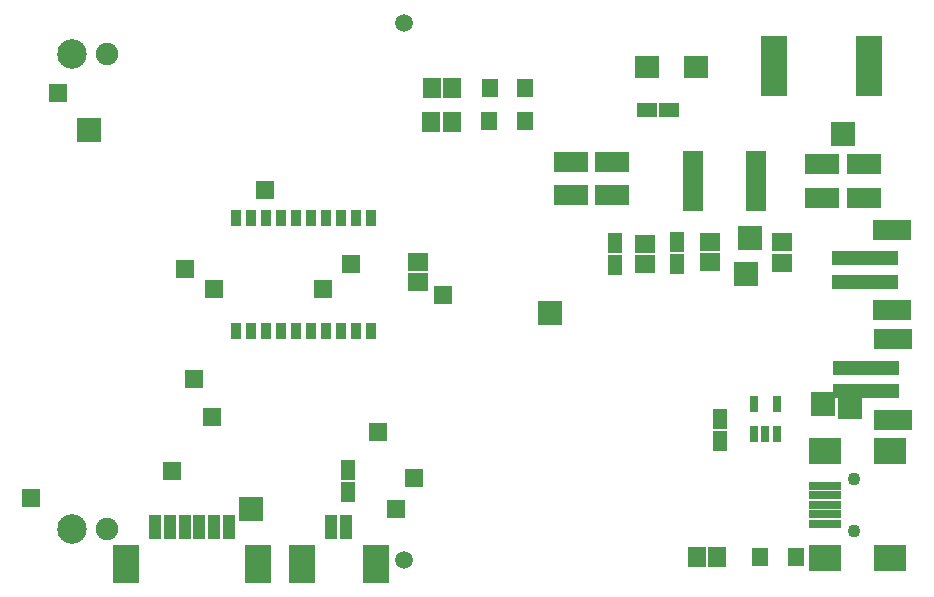
<source format=gts>
G75*
G70*
%OFA0B0*%
%FSLAX24Y24*%
%IPPOS*%
%LPD*%
%AMOC8*
5,1,8,0,0,1.08239X$1,22.5*
%
%ADD10C,0.0749*%
%ADD11C,0.0986*%
%ADD12C,0.0592*%
%ADD13R,0.0380X0.0530*%
%ADD14R,0.0395X0.0789*%
%ADD15R,0.0907X0.1261*%
%ADD16R,0.0297X0.0552*%
%ADD17R,0.1261X0.0710*%
%ADD18R,0.2245X0.0474*%
%ADD19R,0.1064X0.0277*%
%ADD20R,0.1064X0.0867*%
%ADD21C,0.0434*%
%ADD22R,0.0552X0.0631*%
%ADD23R,0.0592X0.0671*%
%ADD24R,0.0671X0.0257*%
%ADD25R,0.0867X0.2049*%
%ADD26R,0.0789X0.0749*%
%ADD27R,0.1143X0.0710*%
%ADD28R,0.0671X0.0474*%
%ADD29R,0.0671X0.0592*%
%ADD30R,0.0474X0.0671*%
%ADD31R,0.0595X0.0595*%
%ADD32R,0.0789X0.0789*%
D10*
X004061Y003431D03*
X004061Y019242D03*
D11*
X002880Y019242D03*
X002880Y003431D03*
D12*
X013943Y002399D03*
X013943Y020273D03*
D13*
X012829Y013773D03*
X012329Y013783D03*
X011829Y013783D03*
X011329Y013783D03*
X010829Y013783D03*
X010329Y013783D03*
X009829Y013783D03*
X009329Y013783D03*
X008829Y013783D03*
X008329Y013783D03*
X008329Y010033D03*
X008829Y010033D03*
X009329Y010033D03*
X009829Y010033D03*
X010329Y010033D03*
X010829Y010033D03*
X011329Y010033D03*
X011829Y010033D03*
X012329Y010033D03*
X012829Y010033D03*
D14*
X012012Y003494D03*
X011520Y003494D03*
X008111Y003486D03*
X007619Y003486D03*
X007126Y003486D03*
X006634Y003486D03*
X006142Y003486D03*
X005650Y003486D03*
D15*
X004666Y002256D03*
X009095Y002256D03*
X010536Y002263D03*
X012996Y002263D03*
D16*
X025617Y006572D03*
X025991Y006572D03*
X026365Y006572D03*
X026365Y007596D03*
X025617Y007596D03*
D17*
X030254Y007065D03*
X030254Y009742D03*
X030207Y010702D03*
X030207Y013380D03*
D18*
X029313Y012435D03*
X029313Y011647D03*
X029361Y008797D03*
X029361Y008009D03*
D19*
X027967Y004860D03*
X027967Y004545D03*
X027967Y004230D03*
X027967Y003915D03*
X027967Y003600D03*
D20*
X027967Y002458D03*
X030132Y002458D03*
X030132Y006002D03*
X027967Y006002D03*
D21*
X028951Y005096D03*
X028951Y003364D03*
D22*
X027006Y002482D03*
X025825Y002482D03*
X017975Y017009D03*
X016794Y017009D03*
X016802Y018112D03*
X017983Y018112D03*
D23*
X015561Y018116D03*
X014892Y018116D03*
X014861Y016974D03*
X015530Y016974D03*
X023703Y002486D03*
X024372Y002486D03*
D24*
X023569Y014150D03*
X023569Y014400D03*
X023569Y014650D03*
X023569Y014900D03*
X023569Y015150D03*
X023569Y015400D03*
X023569Y015650D03*
X023569Y015900D03*
X025687Y015900D03*
X025687Y015650D03*
X025687Y015400D03*
X025687Y015150D03*
X025687Y014900D03*
X025687Y014650D03*
X025687Y014400D03*
X025687Y014150D03*
D25*
X026290Y018844D03*
X029439Y018844D03*
D26*
X023676Y018824D03*
X022061Y018824D03*
D27*
X020880Y015659D03*
X019502Y015659D03*
X019502Y014557D03*
X020880Y014557D03*
X027865Y014466D03*
X027865Y015569D03*
X029282Y015569D03*
X029282Y014466D03*
D28*
X022770Y017395D03*
X022030Y017395D03*
D29*
X021983Y012931D03*
X021983Y012261D03*
X024148Y012309D03*
X024148Y012978D03*
X026557Y012970D03*
X026557Y012301D03*
X014404Y012305D03*
X014404Y011635D03*
D30*
X020963Y012222D03*
X020963Y012962D03*
X023054Y012978D03*
X023054Y012238D03*
X024467Y007088D03*
X024467Y006348D03*
X012093Y005395D03*
X012093Y004655D03*
D31*
X013683Y004088D03*
X014274Y005112D03*
X013093Y006647D03*
X007542Y007159D03*
X006951Y008419D03*
X007620Y011411D03*
X006636Y012080D03*
X009313Y014718D03*
X012187Y012238D03*
X011243Y011411D03*
X015258Y011214D03*
X006203Y005348D03*
X001518Y004443D03*
X002424Y017946D03*
D32*
X003447Y016726D03*
X018802Y010624D03*
X025337Y011923D03*
X025494Y013104D03*
X028565Y016569D03*
X027896Y007592D03*
X028802Y007474D03*
X008841Y004088D03*
M02*

</source>
